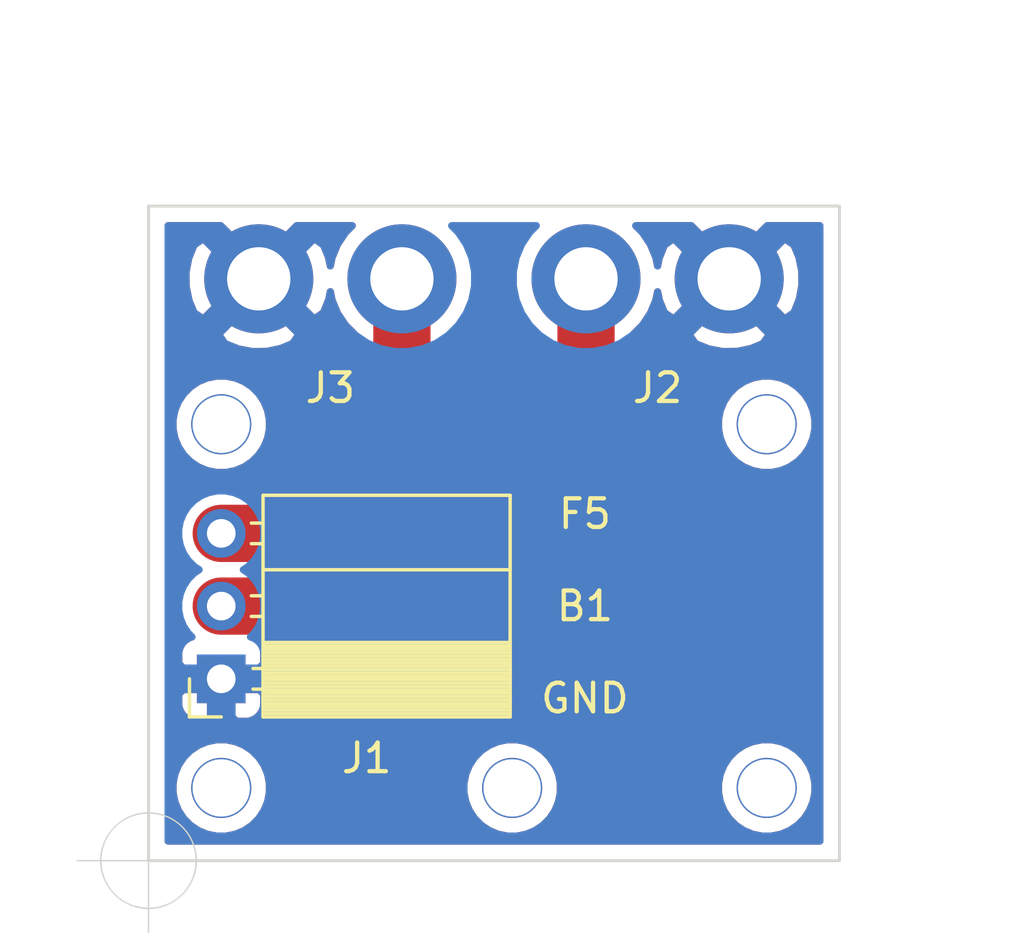
<source format=kicad_pcb>
(kicad_pcb (version 20171130) (host pcbnew "(5.1.6)-1")

  (general
    (thickness 1.6)
    (drawings 7)
    (tracks 11)
    (zones 0)
    (modules 3)
    (nets 4)
  )

  (page A4)
  (title_block
    (title "Themu Adapter")
    (date 2020-11-02)
    (rev 02)
    (company "By Castro Germán & Diaz Manuel")
    (comment 1 "Adapter reduced to fit 1 flex sensor and 1 glove button.")
  )

  (layers
    (0 F.Cu signal)
    (31 B.Cu signal)
    (32 B.Adhes user)
    (33 F.Adhes user)
    (34 B.Paste user)
    (35 F.Paste user)
    (36 B.SilkS user)
    (37 F.SilkS user)
    (38 B.Mask user)
    (39 F.Mask user)
    (40 Dwgs.User user)
    (41 Cmts.User user)
    (42 Eco1.User user)
    (43 Eco2.User user)
    (44 Edge.Cuts user)
    (45 Margin user)
    (46 B.CrtYd user)
    (47 F.CrtYd user)
    (48 B.Fab user)
    (49 F.Fab user)
  )

  (setup
    (last_trace_width 2)
    (user_trace_width 1.27)
    (trace_clearance 0.5)
    (zone_clearance 0.508)
    (zone_45_only no)
    (trace_min 0.2)
    (via_size 0.8)
    (via_drill 0.4)
    (via_min_size 0.4)
    (via_min_drill 0.3)
    (user_via 2.54 2.2098)
    (uvia_size 0.3)
    (uvia_drill 0.1)
    (uvias_allowed no)
    (uvia_min_size 0.2)
    (uvia_min_drill 0.1)
    (edge_width 0.05)
    (segment_width 0.2)
    (pcb_text_width 0.3)
    (pcb_text_size 1.5 1.5)
    (mod_edge_width 0.12)
    (mod_text_size 1 1)
    (mod_text_width 0.15)
    (pad_size 1.524 1.524)
    (pad_drill 0.762)
    (pad_to_mask_clearance 0.05)
    (aux_axis_origin 0 0)
    (visible_elements 7FFFFFFF)
    (pcbplotparams
      (layerselection 0x010fc_ffffffff)
      (usegerberextensions false)
      (usegerberattributes true)
      (usegerberadvancedattributes true)
      (creategerberjobfile true)
      (excludeedgelayer true)
      (linewidth 0.100000)
      (plotframeref false)
      (viasonmask false)
      (mode 1)
      (useauxorigin false)
      (hpglpennumber 1)
      (hpglpenspeed 20)
      (hpglpendiameter 15.000000)
      (psnegative false)
      (psa4output false)
      (plotreference true)
      (plotvalue true)
      (plotinvisibletext false)
      (padsonsilk false)
      (subtractmaskfromsilk false)
      (outputformat 1)
      (mirror false)
      (drillshape 1)
      (scaleselection 1)
      (outputdirectory ""))
  )

  (net 0 "")
  (net 1 /BUTTON)
  (net 2 /FLEX5)
  (net 3 GND)

  (net_class Default "This is the default net class."
    (clearance 0.5)
    (trace_width 2)
    (via_dia 0.8)
    (via_drill 0.4)
    (uvia_dia 0.3)
    (uvia_drill 0.1)
    (add_net /BUTTON)
    (add_net /FLEX5)
    (add_net GND)
  )

  (module Themu-Adapter:LilyConn_01x02_87mils_130mils (layer F.Cu) (tedit 5F8B09C8) (tstamp 5F8B6D03)
    (at 125.73 50.8 180)
    (path /5F8B7710)
    (fp_text reference J2 (at 0 -3.81) (layer F.SilkS)
      (effects (font (size 1 1) (thickness 0.15)))
    )
    (fp_text value LilyConn_01x02 (at 0 -3.556) (layer F.Fab)
      (effects (font (size 1 1) (thickness 0.15)))
    )
    (fp_line (start -4.8 2.3) (end -4.8 -2.3) (layer F.CrtYd) (width 0.05))
    (fp_line (start 4.8 2.3) (end -4.8 2.3) (layer F.CrtYd) (width 0.05))
    (fp_line (start 4.8 -2.3) (end 4.8 2.3) (layer F.CrtYd) (width 0.05))
    (fp_line (start -4.8 -2.3) (end 4.8 -2.3) (layer F.CrtYd) (width 0.05))
    (pad 2 thru_hole circle (at 2.5 0 180) (size 3.81 3.81) (drill 2.2098) (layers *.Cu *.Mask)
      (net 1 /BUTTON))
    (pad 1 thru_hole circle (at -2.5 0 180) (size 3.81 3.81) (drill 2.2098) (layers *.Cu *.Mask)
      (net 3 GND))
  )

  (module Themu-Adapter:LilyConn_01x02_87mils_130mils (layer F.Cu) (tedit 5F8B09C8) (tstamp 5F9F4274)
    (at 114.3 50.8)
    (path /5F8B70B2)
    (fp_text reference J3 (at 0 3.81) (layer F.SilkS)
      (effects (font (size 1 1) (thickness 0.15)))
    )
    (fp_text value LilyConn_01x02 (at 0 -3.556) (layer F.Fab)
      (effects (font (size 1 1) (thickness 0.15)))
    )
    (fp_line (start -4.8 -2.3) (end 4.8 -2.3) (layer F.CrtYd) (width 0.05))
    (fp_line (start 4.8 -2.3) (end 4.8 2.3) (layer F.CrtYd) (width 0.05))
    (fp_line (start 4.8 2.3) (end -4.8 2.3) (layer F.CrtYd) (width 0.05))
    (fp_line (start -4.8 2.3) (end -4.8 -2.3) (layer F.CrtYd) (width 0.05))
    (pad 1 thru_hole circle (at -2.5 0) (size 3.81 3.81) (drill 2.2098) (layers *.Cu *.Mask)
      (net 3 GND))
    (pad 2 thru_hole circle (at 2.5 0) (size 3.81 3.81) (drill 2.2098) (layers *.Cu *.Mask)
      (net 2 /FLEX5))
  )

  (module Connector_PinSocket_2.54mm:PinSocket_1x03_P2.54mm_Horizontal (layer F.Cu) (tedit 5A19A429) (tstamp 5F9F433C)
    (at 110.49 64.77 180)
    (descr "Through hole angled socket strip, 1x03, 2.54mm pitch, 8.51mm socket length, single row (from Kicad 4.0.7), script generated")
    (tags "Through hole angled socket strip THT 1x03 2.54mm single row")
    (path /5F9F4341)
    (fp_text reference J1 (at -5.08 -2.77) (layer F.SilkS)
      (effects (font (size 1 1) (thickness 0.15)))
    )
    (fp_text value Conn_01x03 (at -4.38 7.85) (layer F.Fab)
      (effects (font (size 1 1) (thickness 0.15)))
    )
    (fp_line (start -10.03 -1.27) (end -2.49 -1.27) (layer F.Fab) (width 0.1))
    (fp_line (start -2.49 -1.27) (end -1.52 -0.3) (layer F.Fab) (width 0.1))
    (fp_line (start -1.52 -0.3) (end -1.52 6.35) (layer F.Fab) (width 0.1))
    (fp_line (start -1.52 6.35) (end -10.03 6.35) (layer F.Fab) (width 0.1))
    (fp_line (start -10.03 6.35) (end -10.03 -1.27) (layer F.Fab) (width 0.1))
    (fp_line (start 0 -0.3) (end -1.52 -0.3) (layer F.Fab) (width 0.1))
    (fp_line (start -1.52 0.3) (end 0 0.3) (layer F.Fab) (width 0.1))
    (fp_line (start 0 0.3) (end 0 -0.3) (layer F.Fab) (width 0.1))
    (fp_line (start 0 2.24) (end -1.52 2.24) (layer F.Fab) (width 0.1))
    (fp_line (start -1.52 2.84) (end 0 2.84) (layer F.Fab) (width 0.1))
    (fp_line (start 0 2.84) (end 0 2.24) (layer F.Fab) (width 0.1))
    (fp_line (start 0 4.78) (end -1.52 4.78) (layer F.Fab) (width 0.1))
    (fp_line (start -1.52 5.38) (end 0 5.38) (layer F.Fab) (width 0.1))
    (fp_line (start 0 5.38) (end 0 4.78) (layer F.Fab) (width 0.1))
    (fp_line (start -10.09 -1.21) (end -1.46 -1.21) (layer F.SilkS) (width 0.12))
    (fp_line (start -10.09 -1.091905) (end -1.46 -1.091905) (layer F.SilkS) (width 0.12))
    (fp_line (start -10.09 -0.97381) (end -1.46 -0.97381) (layer F.SilkS) (width 0.12))
    (fp_line (start -10.09 -0.855715) (end -1.46 -0.855715) (layer F.SilkS) (width 0.12))
    (fp_line (start -10.09 -0.73762) (end -1.46 -0.73762) (layer F.SilkS) (width 0.12))
    (fp_line (start -10.09 -0.619525) (end -1.46 -0.619525) (layer F.SilkS) (width 0.12))
    (fp_line (start -10.09 -0.50143) (end -1.46 -0.50143) (layer F.SilkS) (width 0.12))
    (fp_line (start -10.09 -0.383335) (end -1.46 -0.383335) (layer F.SilkS) (width 0.12))
    (fp_line (start -10.09 -0.26524) (end -1.46 -0.26524) (layer F.SilkS) (width 0.12))
    (fp_line (start -10.09 -0.147145) (end -1.46 -0.147145) (layer F.SilkS) (width 0.12))
    (fp_line (start -10.09 -0.02905) (end -1.46 -0.02905) (layer F.SilkS) (width 0.12))
    (fp_line (start -10.09 0.089045) (end -1.46 0.089045) (layer F.SilkS) (width 0.12))
    (fp_line (start -10.09 0.20714) (end -1.46 0.20714) (layer F.SilkS) (width 0.12))
    (fp_line (start -10.09 0.325235) (end -1.46 0.325235) (layer F.SilkS) (width 0.12))
    (fp_line (start -10.09 0.44333) (end -1.46 0.44333) (layer F.SilkS) (width 0.12))
    (fp_line (start -10.09 0.561425) (end -1.46 0.561425) (layer F.SilkS) (width 0.12))
    (fp_line (start -10.09 0.67952) (end -1.46 0.67952) (layer F.SilkS) (width 0.12))
    (fp_line (start -10.09 0.797615) (end -1.46 0.797615) (layer F.SilkS) (width 0.12))
    (fp_line (start -10.09 0.91571) (end -1.46 0.91571) (layer F.SilkS) (width 0.12))
    (fp_line (start -10.09 1.033805) (end -1.46 1.033805) (layer F.SilkS) (width 0.12))
    (fp_line (start -10.09 1.1519) (end -1.46 1.1519) (layer F.SilkS) (width 0.12))
    (fp_line (start -1.46 -0.36) (end -1.11 -0.36) (layer F.SilkS) (width 0.12))
    (fp_line (start -1.46 0.36) (end -1.11 0.36) (layer F.SilkS) (width 0.12))
    (fp_line (start -1.46 2.18) (end -1.05 2.18) (layer F.SilkS) (width 0.12))
    (fp_line (start -1.46 2.9) (end -1.05 2.9) (layer F.SilkS) (width 0.12))
    (fp_line (start -1.46 4.72) (end -1.05 4.72) (layer F.SilkS) (width 0.12))
    (fp_line (start -1.46 5.44) (end -1.05 5.44) (layer F.SilkS) (width 0.12))
    (fp_line (start -10.09 1.27) (end -1.46 1.27) (layer F.SilkS) (width 0.12))
    (fp_line (start -10.09 3.81) (end -1.46 3.81) (layer F.SilkS) (width 0.12))
    (fp_line (start -10.09 -1.33) (end -1.46 -1.33) (layer F.SilkS) (width 0.12))
    (fp_line (start -1.46 -1.33) (end -1.46 6.41) (layer F.SilkS) (width 0.12))
    (fp_line (start -10.09 6.41) (end -1.46 6.41) (layer F.SilkS) (width 0.12))
    (fp_line (start -10.09 -1.33) (end -10.09 6.41) (layer F.SilkS) (width 0.12))
    (fp_line (start 1.11 -1.33) (end 1.11 0) (layer F.SilkS) (width 0.12))
    (fp_line (start 0 -1.33) (end 1.11 -1.33) (layer F.SilkS) (width 0.12))
    (fp_line (start 1.75 -1.8) (end -10.55 -1.8) (layer F.CrtYd) (width 0.05))
    (fp_line (start -10.55 -1.8) (end -10.55 6.85) (layer F.CrtYd) (width 0.05))
    (fp_line (start -10.55 6.85) (end 1.75 6.85) (layer F.CrtYd) (width 0.05))
    (fp_line (start 1.75 6.85) (end 1.75 -1.8) (layer F.CrtYd) (width 0.05))
    (fp_text user %R (at -5.775 2.54) (layer F.Fab)
      (effects (font (size 1 1) (thickness 0.15)))
    )
    (pad 1 thru_hole rect (at 0 0 180) (size 1.7 1.7) (drill 1) (layers *.Cu *.Mask)
      (net 3 GND))
    (pad 2 thru_hole oval (at 0 2.54 180) (size 1.7 1.7) (drill 1) (layers *.Cu *.Mask)
      (net 1 /BUTTON))
    (pad 3 thru_hole oval (at 0 5.08 180) (size 1.7 1.7) (drill 1) (layers *.Cu *.Mask)
      (net 2 /FLEX5))
    (model ${KISYS3DMOD}/Connector_PinSocket_2.54mm.3dshapes/PinSocket_1x03_P2.54mm_Horizontal.wrl
      (at (xyz 0 0 0))
      (scale (xyz 1 1 1))
      (rotate (xyz 0 0 0))
    )
  )

  (gr_text "F5\n\nB1\n\nGND" (at 123.19 62.23) (layer F.SilkS)
    (effects (font (size 1 1) (thickness 0.15)))
  )
  (gr_text "*Board Size: 950x900 mils (24.13x22.86 mm)" (at 120.65 41.91) (layer Dwgs.User)
    (effects (font (size 1 1) (thickness 0.15)))
  )
  (target plus (at 107.95 71.12) (size 5) (width 0.05) (layer Edge.Cuts))
  (gr_line (start 132.08 48.26) (end 132.08 71.12) (layer Edge.Cuts) (width 0.1))
  (gr_line (start 107.95 48.26) (end 132.08 48.26) (layer Edge.Cuts) (width 0.1))
  (gr_line (start 107.95 71.12) (end 107.95 48.26) (layer Edge.Cuts) (width 0.1))
  (gr_line (start 132.08 71.12) (end 107.95 71.12) (layer Edge.Cuts) (width 0.1))

  (via (at 110.49 55.88) (size 2.1) (drill 2) (layers F.Cu B.Cu) (net 0))
  (via (at 110.49 68.58) (size 2.1) (drill 2) (layers F.Cu B.Cu) (net 0) (tstamp 5F9F488B))
  (via (at 120.65 68.58) (size 2.1) (drill 2) (layers F.Cu B.Cu) (net 0) (tstamp 5F9F488B))
  (via (at 129.54 68.58) (size 2.1) (drill 2) (layers F.Cu B.Cu) (net 0) (tstamp 5F9F488B))
  (via (at 129.54 55.88) (size 2.1) (drill 2) (layers F.Cu B.Cu) (net 0) (tstamp 5F9F488B))
  (segment (start 123.23 57.207038) (end 123.23 50.8) (width 2) (layer F.Cu) (net 1))
  (segment (start 110.49 62.23) (end 118.207038 62.23) (width 2) (layer F.Cu) (net 1))
  (segment (start 118.207038 62.23) (end 123.23 57.207038) (width 2) (layer F.Cu) (net 1))
  (segment (start 110.49 59.69) (end 114.3 59.69) (width 2) (layer F.Cu) (net 2))
  (segment (start 116.8 57.19) (end 116.8 50.8) (width 2) (layer F.Cu) (net 2))
  (segment (start 114.3 59.69) (end 116.8 57.19) (width 2) (layer F.Cu) (net 2))

  (zone (net 3) (net_name GND) (layer B.Cu) (tstamp 5F9F48B1) (hatch edge 0.508)
    (connect_pads (clearance 0.508))
    (min_thickness 0.254)
    (fill yes (arc_segments 32) (thermal_gap 0.508) (thermal_bridge_width 1))
    (polygon
      (pts
        (xy 133.35 72.39) (xy 106.68 72.39) (xy 106.68 46.99) (xy 133.35 46.99)
      )
    )
    (filled_polygon
      (pts
        (xy 111.8 50.272498) (xy 113.127498 48.945) (xy 115.062897 48.945) (xy 114.827053 49.180844) (xy 114.549081 49.596859)
        (xy 114.357611 50.059109) (xy 114.300262 50.347422) (xy 114.235452 50.036612) (xy 114.06192 49.617672) (xy 113.735562 49.39194)
        (xy 112.327502 50.8) (xy 113.735562 52.20806) (xy 114.06192 51.982328) (xy 114.249119 51.518331) (xy 114.299839 51.250453)
        (xy 114.357611 51.540891) (xy 114.549081 52.003141) (xy 114.827053 52.419156) (xy 115.180844 52.772947) (xy 115.596859 53.050919)
        (xy 116.059109 53.242389) (xy 116.549832 53.34) (xy 117.050168 53.34) (xy 117.540891 53.242389) (xy 118.003141 53.050919)
        (xy 118.419156 52.772947) (xy 118.772947 52.419156) (xy 119.050919 52.003141) (xy 119.242389 51.540891) (xy 119.34 51.050168)
        (xy 119.34 50.549832) (xy 119.242389 50.059109) (xy 119.050919 49.596859) (xy 118.772947 49.180844) (xy 118.537103 48.945)
        (xy 121.492897 48.945) (xy 121.257053 49.180844) (xy 120.979081 49.596859) (xy 120.787611 50.059109) (xy 120.69 50.549832)
        (xy 120.69 51.050168) (xy 120.787611 51.540891) (xy 120.979081 52.003141) (xy 121.257053 52.419156) (xy 121.610844 52.772947)
        (xy 122.026859 53.050919) (xy 122.489109 53.242389) (xy 122.979832 53.34) (xy 123.480168 53.34) (xy 123.970891 53.242389)
        (xy 124.433141 53.050919) (xy 124.849156 52.772947) (xy 124.886541 52.735562) (xy 126.82194 52.735562) (xy 127.047672 53.06192)
        (xy 127.511669 53.249119) (xy 128.003271 53.342199) (xy 128.503586 53.337585) (xy 128.993388 53.235452) (xy 129.412328 53.06192)
        (xy 129.63806 52.735562) (xy 128.23 51.327502) (xy 126.82194 52.735562) (xy 124.886541 52.735562) (xy 125.202947 52.419156)
        (xy 125.480919 52.003141) (xy 125.672389 51.540891) (xy 125.729738 51.252578) (xy 125.794548 51.563388) (xy 125.96808 51.982328)
        (xy 126.294438 52.20806) (xy 127.702498 50.8) (xy 128.757502 50.8) (xy 130.165562 52.20806) (xy 130.49192 51.982328)
        (xy 130.679119 51.518331) (xy 130.772199 51.026729) (xy 130.767585 50.526414) (xy 130.665452 50.036612) (xy 130.49192 49.617672)
        (xy 130.165562 49.39194) (xy 128.757502 50.8) (xy 127.702498 50.8) (xy 126.294438 49.39194) (xy 125.96808 49.617672)
        (xy 125.780881 50.081669) (xy 125.730161 50.349547) (xy 125.672389 50.059109) (xy 125.480919 49.596859) (xy 125.202947 49.180844)
        (xy 124.967103 48.945) (xy 126.902502 48.945) (xy 128.23 50.272498) (xy 129.557498 48.945) (xy 131.395 48.945)
        (xy 131.395001 70.435) (xy 108.635 70.435) (xy 108.635 68.414042) (xy 108.805 68.414042) (xy 108.805 68.745958)
        (xy 108.869754 69.071496) (xy 108.996772 69.378147) (xy 109.181175 69.654125) (xy 109.415875 69.888825) (xy 109.691853 70.073228)
        (xy 109.998504 70.200246) (xy 110.324042 70.265) (xy 110.655958 70.265) (xy 110.981496 70.200246) (xy 111.288147 70.073228)
        (xy 111.564125 69.888825) (xy 111.798825 69.654125) (xy 111.983228 69.378147) (xy 112.110246 69.071496) (xy 112.175 68.745958)
        (xy 112.175 68.414042) (xy 118.965 68.414042) (xy 118.965 68.745958) (xy 119.029754 69.071496) (xy 119.156772 69.378147)
        (xy 119.341175 69.654125) (xy 119.575875 69.888825) (xy 119.851853 70.073228) (xy 120.158504 70.200246) (xy 120.484042 70.265)
        (xy 120.815958 70.265) (xy 121.141496 70.200246) (xy 121.448147 70.073228) (xy 121.724125 69.888825) (xy 121.958825 69.654125)
        (xy 122.143228 69.378147) (xy 122.270246 69.071496) (xy 122.335 68.745958) (xy 122.335 68.414042) (xy 127.855 68.414042)
        (xy 127.855 68.745958) (xy 127.919754 69.071496) (xy 128.046772 69.378147) (xy 128.231175 69.654125) (xy 128.465875 69.888825)
        (xy 128.741853 70.073228) (xy 129.048504 70.200246) (xy 129.374042 70.265) (xy 129.705958 70.265) (xy 130.031496 70.200246)
        (xy 130.338147 70.073228) (xy 130.614125 69.888825) (xy 130.848825 69.654125) (xy 131.033228 69.378147) (xy 131.160246 69.071496)
        (xy 131.225 68.745958) (xy 131.225 68.414042) (xy 131.160246 68.088504) (xy 131.033228 67.781853) (xy 130.848825 67.505875)
        (xy 130.614125 67.271175) (xy 130.338147 67.086772) (xy 130.031496 66.959754) (xy 129.705958 66.895) (xy 129.374042 66.895)
        (xy 129.048504 66.959754) (xy 128.741853 67.086772) (xy 128.465875 67.271175) (xy 128.231175 67.505875) (xy 128.046772 67.781853)
        (xy 127.919754 68.088504) (xy 127.855 68.414042) (xy 122.335 68.414042) (xy 122.270246 68.088504) (xy 122.143228 67.781853)
        (xy 121.958825 67.505875) (xy 121.724125 67.271175) (xy 121.448147 67.086772) (xy 121.141496 66.959754) (xy 120.815958 66.895)
        (xy 120.484042 66.895) (xy 120.158504 66.959754) (xy 119.851853 67.086772) (xy 119.575875 67.271175) (xy 119.341175 67.505875)
        (xy 119.156772 67.781853) (xy 119.029754 68.088504) (xy 118.965 68.414042) (xy 112.175 68.414042) (xy 112.110246 68.088504)
        (xy 111.983228 67.781853) (xy 111.798825 67.505875) (xy 111.564125 67.271175) (xy 111.288147 67.086772) (xy 110.981496 66.959754)
        (xy 110.655958 66.895) (xy 110.324042 66.895) (xy 109.998504 66.959754) (xy 109.691853 67.086772) (xy 109.415875 67.271175)
        (xy 109.181175 67.505875) (xy 108.996772 67.781853) (xy 108.869754 68.088504) (xy 108.805 68.414042) (xy 108.635 68.414042)
        (xy 108.635 65.62) (xy 109.001928 65.62) (xy 109.014188 65.744482) (xy 109.050498 65.86418) (xy 109.109463 65.974494)
        (xy 109.188815 66.071185) (xy 109.285506 66.150537) (xy 109.39582 66.209502) (xy 109.515518 66.245812) (xy 109.64 66.258072)
        (xy 109.95825 66.255) (xy 110.117 66.09625) (xy 110.117 65.143) (xy 110.863 65.143) (xy 110.863 66.09625)
        (xy 111.02175 66.255) (xy 111.34 66.258072) (xy 111.464482 66.245812) (xy 111.58418 66.209502) (xy 111.694494 66.150537)
        (xy 111.791185 66.071185) (xy 111.870537 65.974494) (xy 111.929502 65.86418) (xy 111.965812 65.744482) (xy 111.978072 65.62)
        (xy 111.975 65.30175) (xy 111.81625 65.143) (xy 110.863 65.143) (xy 110.117 65.143) (xy 109.16375 65.143)
        (xy 109.005 65.30175) (xy 109.001928 65.62) (xy 108.635 65.62) (xy 108.635 63.92) (xy 109.001928 63.92)
        (xy 109.005 64.23825) (xy 109.16375 64.397) (xy 110.117 64.397) (xy 110.117 64.377) (xy 110.863 64.377)
        (xy 110.863 64.397) (xy 111.81625 64.397) (xy 111.975 64.23825) (xy 111.978072 63.92) (xy 111.965812 63.795518)
        (xy 111.929502 63.67582) (xy 111.870537 63.565506) (xy 111.791185 63.468815) (xy 111.694494 63.389463) (xy 111.58418 63.330498)
        (xy 111.51162 63.308487) (xy 111.643475 63.176632) (xy 111.80599 62.933411) (xy 111.917932 62.663158) (xy 111.975 62.37626)
        (xy 111.975 62.08374) (xy 111.917932 61.796842) (xy 111.80599 61.526589) (xy 111.643475 61.283368) (xy 111.436632 61.076525)
        (xy 111.26224 60.96) (xy 111.436632 60.843475) (xy 111.643475 60.636632) (xy 111.80599 60.393411) (xy 111.917932 60.123158)
        (xy 111.975 59.83626) (xy 111.975 59.54374) (xy 111.917932 59.256842) (xy 111.80599 58.986589) (xy 111.643475 58.743368)
        (xy 111.436632 58.536525) (xy 111.193411 58.37401) (xy 110.923158 58.262068) (xy 110.63626 58.205) (xy 110.34374 58.205)
        (xy 110.056842 58.262068) (xy 109.786589 58.37401) (xy 109.543368 58.536525) (xy 109.336525 58.743368) (xy 109.17401 58.986589)
        (xy 109.062068 59.256842) (xy 109.005 59.54374) (xy 109.005 59.83626) (xy 109.062068 60.123158) (xy 109.17401 60.393411)
        (xy 109.336525 60.636632) (xy 109.543368 60.843475) (xy 109.71776 60.96) (xy 109.543368 61.076525) (xy 109.336525 61.283368)
        (xy 109.17401 61.526589) (xy 109.062068 61.796842) (xy 109.005 62.08374) (xy 109.005 62.37626) (xy 109.062068 62.663158)
        (xy 109.17401 62.933411) (xy 109.336525 63.176632) (xy 109.46838 63.308487) (xy 109.39582 63.330498) (xy 109.285506 63.389463)
        (xy 109.188815 63.468815) (xy 109.109463 63.565506) (xy 109.050498 63.67582) (xy 109.014188 63.795518) (xy 109.001928 63.92)
        (xy 108.635 63.92) (xy 108.635 55.714042) (xy 108.805 55.714042) (xy 108.805 56.045958) (xy 108.869754 56.371496)
        (xy 108.996772 56.678147) (xy 109.181175 56.954125) (xy 109.415875 57.188825) (xy 109.691853 57.373228) (xy 109.998504 57.500246)
        (xy 110.324042 57.565) (xy 110.655958 57.565) (xy 110.981496 57.500246) (xy 111.288147 57.373228) (xy 111.564125 57.188825)
        (xy 111.798825 56.954125) (xy 111.983228 56.678147) (xy 112.110246 56.371496) (xy 112.175 56.045958) (xy 112.175 55.714042)
        (xy 127.855 55.714042) (xy 127.855 56.045958) (xy 127.919754 56.371496) (xy 128.046772 56.678147) (xy 128.231175 56.954125)
        (xy 128.465875 57.188825) (xy 128.741853 57.373228) (xy 129.048504 57.500246) (xy 129.374042 57.565) (xy 129.705958 57.565)
        (xy 130.031496 57.500246) (xy 130.338147 57.373228) (xy 130.614125 57.188825) (xy 130.848825 56.954125) (xy 131.033228 56.678147)
        (xy 131.160246 56.371496) (xy 131.225 56.045958) (xy 131.225 55.714042) (xy 131.160246 55.388504) (xy 131.033228 55.081853)
        (xy 130.848825 54.805875) (xy 130.614125 54.571175) (xy 130.338147 54.386772) (xy 130.031496 54.259754) (xy 129.705958 54.195)
        (xy 129.374042 54.195) (xy 129.048504 54.259754) (xy 128.741853 54.386772) (xy 128.465875 54.571175) (xy 128.231175 54.805875)
        (xy 128.046772 55.081853) (xy 127.919754 55.388504) (xy 127.855 55.714042) (xy 112.175 55.714042) (xy 112.110246 55.388504)
        (xy 111.983228 55.081853) (xy 111.798825 54.805875) (xy 111.564125 54.571175) (xy 111.288147 54.386772) (xy 110.981496 54.259754)
        (xy 110.655958 54.195) (xy 110.324042 54.195) (xy 109.998504 54.259754) (xy 109.691853 54.386772) (xy 109.415875 54.571175)
        (xy 109.181175 54.805875) (xy 108.996772 55.081853) (xy 108.869754 55.388504) (xy 108.805 55.714042) (xy 108.635 55.714042)
        (xy 108.635 52.735562) (xy 110.39194 52.735562) (xy 110.617672 53.06192) (xy 111.081669 53.249119) (xy 111.573271 53.342199)
        (xy 112.073586 53.337585) (xy 112.563388 53.235452) (xy 112.982328 53.06192) (xy 113.20806 52.735562) (xy 111.8 51.327502)
        (xy 110.39194 52.735562) (xy 108.635 52.735562) (xy 108.635 50.573271) (xy 109.257801 50.573271) (xy 109.262415 51.073586)
        (xy 109.364548 51.563388) (xy 109.53808 51.982328) (xy 109.864438 52.20806) (xy 111.272498 50.8) (xy 109.864438 49.39194)
        (xy 109.53808 49.617672) (xy 109.350881 50.081669) (xy 109.257801 50.573271) (xy 108.635 50.573271) (xy 108.635 48.945)
        (xy 110.472502 48.945)
      )
    )
  )
  (zone (net 3) (net_name GND) (layer F.Cu) (tstamp 5F9F48AE) (hatch edge 0.508)
    (connect_pads (clearance 0.508))
    (min_thickness 0.254)
    (fill yes (arc_segments 32) (thermal_gap 0.508) (thermal_bridge_width 1))
    (polygon
      (pts
        (xy 134.62 73.66) (xy 105.41 73.66) (xy 105.41 45.72) (xy 134.62 45.72)
      )
    )
    (filled_polygon
      (pts
        (xy 111.8 50.272498) (xy 113.127498 48.945) (xy 115.062897 48.945) (xy 114.827053 49.180844) (xy 114.549081 49.596859)
        (xy 114.357611 50.059109) (xy 114.300262 50.347422) (xy 114.235452 50.036612) (xy 114.06192 49.617672) (xy 113.735562 49.39194)
        (xy 112.327502 50.8) (xy 113.735562 52.20806) (xy 114.06192 51.982328) (xy 114.249119 51.518331) (xy 114.299839 51.250453)
        (xy 114.357611 51.540891) (xy 114.549081 52.003141) (xy 114.827053 52.419156) (xy 115.165001 52.757104) (xy 115.165 56.512761)
        (xy 113.622762 58.055) (xy 110.409678 58.055) (xy 110.169484 58.078657) (xy 109.861285 58.172148) (xy 109.577248 58.323969)
        (xy 109.328286 58.528286) (xy 109.123969 58.777248) (xy 108.972148 59.061285) (xy 108.878657 59.369484) (xy 108.847089 59.69)
        (xy 108.878657 60.010516) (xy 108.972148 60.318715) (xy 109.123969 60.602752) (xy 109.328286 60.851714) (xy 109.460233 60.96)
        (xy 109.328286 61.068286) (xy 109.123969 61.317248) (xy 108.972148 61.601285) (xy 108.878657 61.909484) (xy 108.847089 62.23)
        (xy 108.878657 62.550516) (xy 108.972148 62.858715) (xy 109.123969 63.142752) (xy 109.313958 63.374255) (xy 109.285506 63.389463)
        (xy 109.188815 63.468815) (xy 109.109463 63.565506) (xy 109.050498 63.67582) (xy 109.014188 63.795518) (xy 109.001928 63.92)
        (xy 109.005 64.23825) (xy 109.16375 64.397) (xy 110.117 64.397) (xy 110.117 64.377) (xy 110.863 64.377)
        (xy 110.863 64.397) (xy 111.81625 64.397) (xy 111.975 64.23825) (xy 111.978072 63.92) (xy 111.972655 63.865)
        (xy 118.126719 63.865) (xy 118.207038 63.872911) (xy 118.287357 63.865) (xy 118.28736 63.865) (xy 118.527554 63.841343)
        (xy 118.835753 63.747852) (xy 119.11979 63.596031) (xy 119.368752 63.391714) (xy 119.419963 63.329313) (xy 124.32932 58.419957)
        (xy 124.391714 58.368752) (xy 124.596031 58.11979) (xy 124.747852 57.835753) (xy 124.841343 57.527554) (xy 124.865 57.28736)
        (xy 124.865 57.287358) (xy 124.872911 57.207038) (xy 124.865 57.126719) (xy 124.865 55.714042) (xy 127.855 55.714042)
        (xy 127.855 56.045958) (xy 127.919754 56.371496) (xy 128.046772 56.678147) (xy 128.231175 56.954125) (xy 128.465875 57.188825)
        (xy 128.741853 57.373228) (xy 129.048504 57.500246) (xy 129.374042 57.565) (xy 129.705958 57.565) (xy 130.031496 57.500246)
        (xy 130.338147 57.373228) (xy 130.614125 57.188825) (xy 130.848825 56.954125) (xy 131.033228 56.678147) (xy 131.160246 56.371496)
        (xy 131.225 56.045958) (xy 131.225 55.714042) (xy 131.160246 55.388504) (xy 131.033228 55.081853) (xy 130.848825 54.805875)
        (xy 130.614125 54.571175) (xy 130.338147 54.386772) (xy 130.031496 54.259754) (xy 129.705958 54.195) (xy 129.374042 54.195)
        (xy 129.048504 54.259754) (xy 128.741853 54.386772) (xy 128.465875 54.571175) (xy 128.231175 54.805875) (xy 128.046772 55.081853)
        (xy 127.919754 55.388504) (xy 127.855 55.714042) (xy 124.865 55.714042) (xy 124.865 52.757103) (xy 124.886541 52.735562)
        (xy 126.82194 52.735562) (xy 127.047672 53.06192) (xy 127.511669 53.249119) (xy 128.003271 53.342199) (xy 128.503586 53.337585)
        (xy 128.993388 53.235452) (xy 129.412328 53.06192) (xy 129.63806 52.735562) (xy 128.23 51.327502) (xy 126.82194 52.735562)
        (xy 124.886541 52.735562) (xy 125.202947 52.419156) (xy 125.480919 52.003141) (xy 125.672389 51.540891) (xy 125.729738 51.252578)
        (xy 125.794548 51.563388) (xy 125.96808 51.982328) (xy 126.294438 52.20806) (xy 127.702498 50.8) (xy 128.757502 50.8)
        (xy 130.165562 52.20806) (xy 130.49192 51.982328) (xy 130.679119 51.518331) (xy 130.772199 51.026729) (xy 130.767585 50.526414)
        (xy 130.665452 50.036612) (xy 130.49192 49.617672) (xy 130.165562 49.39194) (xy 128.757502 50.8) (xy 127.702498 50.8)
        (xy 126.294438 49.39194) (xy 125.96808 49.617672) (xy 125.780881 50.081669) (xy 125.730161 50.349547) (xy 125.672389 50.059109)
        (xy 125.480919 49.596859) (xy 125.202947 49.180844) (xy 124.967103 48.945) (xy 126.902502 48.945) (xy 128.23 50.272498)
        (xy 129.557498 48.945) (xy 131.395 48.945) (xy 131.395001 70.435) (xy 108.635 70.435) (xy 108.635 68.414042)
        (xy 108.805 68.414042) (xy 108.805 68.745958) (xy 108.869754 69.071496) (xy 108.996772 69.378147) (xy 109.181175 69.654125)
        (xy 109.415875 69.888825) (xy 109.691853 70.073228) (xy 109.998504 70.200246) (xy 110.324042 70.265) (xy 110.655958 70.265)
        (xy 110.981496 70.200246) (xy 111.288147 70.073228) (xy 111.564125 69.888825) (xy 111.798825 69.654125) (xy 111.983228 69.378147)
        (xy 112.110246 69.071496) (xy 112.175 68.745958) (xy 112.175 68.414042) (xy 118.965 68.414042) (xy 118.965 68.745958)
        (xy 119.029754 69.071496) (xy 119.156772 69.378147) (xy 119.341175 69.654125) (xy 119.575875 69.888825) (xy 119.851853 70.073228)
        (xy 120.158504 70.200246) (xy 120.484042 70.265) (xy 120.815958 70.265) (xy 121.141496 70.200246) (xy 121.448147 70.073228)
        (xy 121.724125 69.888825) (xy 121.958825 69.654125) (xy 122.143228 69.378147) (xy 122.270246 69.071496) (xy 122.335 68.745958)
        (xy 122.335 68.414042) (xy 127.855 68.414042) (xy 127.855 68.745958) (xy 127.919754 69.071496) (xy 128.046772 69.378147)
        (xy 128.231175 69.654125) (xy 128.465875 69.888825) (xy 128.741853 70.073228) (xy 129.048504 70.200246) (xy 129.374042 70.265)
        (xy 129.705958 70.265) (xy 130.031496 70.200246) (xy 130.338147 70.073228) (xy 130.614125 69.888825) (xy 130.848825 69.654125)
        (xy 131.033228 69.378147) (xy 131.160246 69.071496) (xy 131.225 68.745958) (xy 131.225 68.414042) (xy 131.160246 68.088504)
        (xy 131.033228 67.781853) (xy 130.848825 67.505875) (xy 130.614125 67.271175) (xy 130.338147 67.086772) (xy 130.031496 66.959754)
        (xy 129.705958 66.895) (xy 129.374042 66.895) (xy 129.048504 66.959754) (xy 128.741853 67.086772) (xy 128.465875 67.271175)
        (xy 128.231175 67.505875) (xy 128.046772 67.781853) (xy 127.919754 68.088504) (xy 127.855 68.414042) (xy 122.335 68.414042)
        (xy 122.270246 68.088504) (xy 122.143228 67.781853) (xy 121.958825 67.505875) (xy 121.724125 67.271175) (xy 121.448147 67.086772)
        (xy 121.141496 66.959754) (xy 120.815958 66.895) (xy 120.484042 66.895) (xy 120.158504 66.959754) (xy 119.851853 67.086772)
        (xy 119.575875 67.271175) (xy 119.341175 67.505875) (xy 119.156772 67.781853) (xy 119.029754 68.088504) (xy 118.965 68.414042)
        (xy 112.175 68.414042) (xy 112.110246 68.088504) (xy 111.983228 67.781853) (xy 111.798825 67.505875) (xy 111.564125 67.271175)
        (xy 111.288147 67.086772) (xy 110.981496 66.959754) (xy 110.655958 66.895) (xy 110.324042 66.895) (xy 109.998504 66.959754)
        (xy 109.691853 67.086772) (xy 109.415875 67.271175) (xy 109.181175 67.505875) (xy 108.996772 67.781853) (xy 108.869754 68.088504)
        (xy 108.805 68.414042) (xy 108.635 68.414042) (xy 108.635 65.62) (xy 109.001928 65.62) (xy 109.014188 65.744482)
        (xy 109.050498 65.86418) (xy 109.109463 65.974494) (xy 109.188815 66.071185) (xy 109.285506 66.150537) (xy 109.39582 66.209502)
        (xy 109.515518 66.245812) (xy 109.64 66.258072) (xy 109.95825 66.255) (xy 110.117 66.09625) (xy 110.117 65.143)
        (xy 110.863 65.143) (xy 110.863 66.09625) (xy 111.02175 66.255) (xy 111.34 66.258072) (xy 111.464482 66.245812)
        (xy 111.58418 66.209502) (xy 111.694494 66.150537) (xy 111.791185 66.071185) (xy 111.870537 65.974494) (xy 111.929502 65.86418)
        (xy 111.965812 65.744482) (xy 111.978072 65.62) (xy 111.975 65.30175) (xy 111.81625 65.143) (xy 110.863 65.143)
        (xy 110.117 65.143) (xy 109.16375 65.143) (xy 109.005 65.30175) (xy 109.001928 65.62) (xy 108.635 65.62)
        (xy 108.635 55.714042) (xy 108.805 55.714042) (xy 108.805 56.045958) (xy 108.869754 56.371496) (xy 108.996772 56.678147)
        (xy 109.181175 56.954125) (xy 109.415875 57.188825) (xy 109.691853 57.373228) (xy 109.998504 57.500246) (xy 110.324042 57.565)
        (xy 110.655958 57.565) (xy 110.981496 57.500246) (xy 111.288147 57.373228) (xy 111.564125 57.188825) (xy 111.798825 56.954125)
        (xy 111.983228 56.678147) (xy 112.110246 56.371496) (xy 112.175 56.045958) (xy 112.175 55.714042) (xy 112.110246 55.388504)
        (xy 111.983228 55.081853) (xy 111.798825 54.805875) (xy 111.564125 54.571175) (xy 111.288147 54.386772) (xy 110.981496 54.259754)
        (xy 110.655958 54.195) (xy 110.324042 54.195) (xy 109.998504 54.259754) (xy 109.691853 54.386772) (xy 109.415875 54.571175)
        (xy 109.181175 54.805875) (xy 108.996772 55.081853) (xy 108.869754 55.388504) (xy 108.805 55.714042) (xy 108.635 55.714042)
        (xy 108.635 52.735562) (xy 110.39194 52.735562) (xy 110.617672 53.06192) (xy 111.081669 53.249119) (xy 111.573271 53.342199)
        (xy 112.073586 53.337585) (xy 112.563388 53.235452) (xy 112.982328 53.06192) (xy 113.20806 52.735562) (xy 111.8 51.327502)
        (xy 110.39194 52.735562) (xy 108.635 52.735562) (xy 108.635 50.573271) (xy 109.257801 50.573271) (xy 109.262415 51.073586)
        (xy 109.364548 51.563388) (xy 109.53808 51.982328) (xy 109.864438 52.20806) (xy 111.272498 50.8) (xy 109.864438 49.39194)
        (xy 109.53808 49.617672) (xy 109.350881 50.081669) (xy 109.257801 50.573271) (xy 108.635 50.573271) (xy 108.635 48.945)
        (xy 110.472502 48.945)
      )
    )
  )
)

</source>
